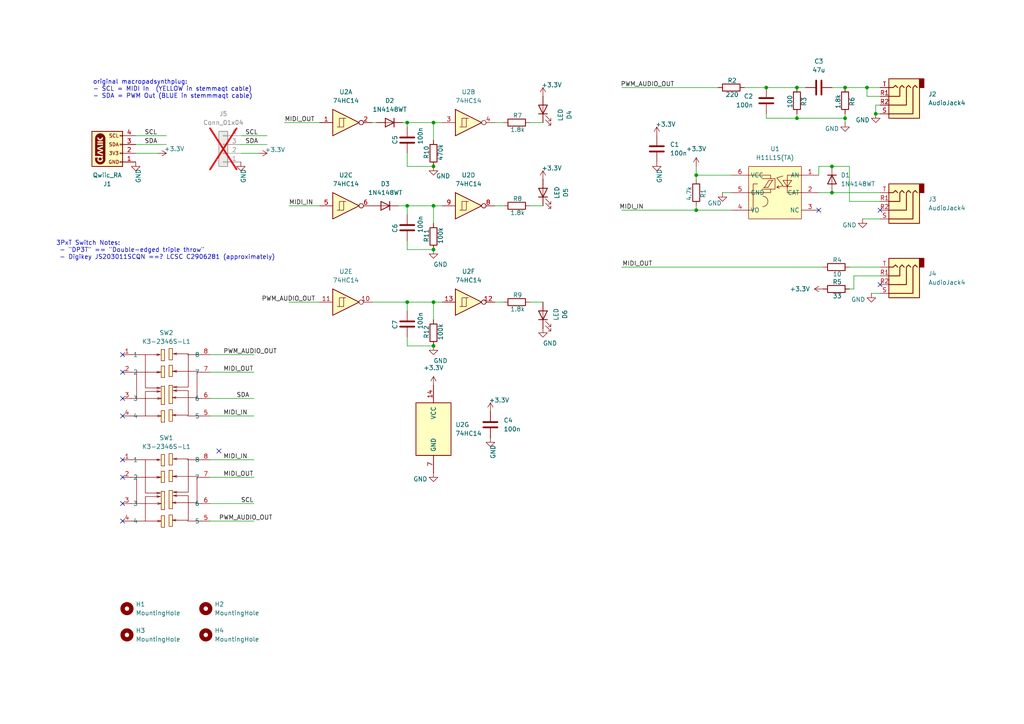
<source format=kicad_sch>
(kicad_sch (version 20231120) (generator "eeschema") (generator_version "8.0")
  (paper "A4")
  (lib_symbols
    (symbol "74xx:74HC14" (pin_names (offset 1.016))
      (property "Reference" "U" (at 0 1.27 0))
      (property "Value" "74HC14" (at 0 -1.27 0))
      (symbol "74HC14_1_0"
        (polyline (pts (xy -3.81 3.81) (xy -3.81 -3.81) (xy 3.81 0) (xy -3.81 3.81)) (stroke (width 0.254)) (fill (type background)))
        (pin input line (at -7.62 0 0) (length 3.81) (name "~") (number "1"))
        (pin output inverted (at 7.62 0 180) (length 3.81) (name "~") (number "2"))
      )
      (symbol "74HC14_1_1"
        (polyline (pts (xy -1.905 -1.27) (xy -1.905 1.27) (xy -0.635 1.27)))
        (polyline (pts (xy -2.54 -1.27) (xy -0.635 -1.27) (xy -0.635 1.27) (xy 0 1.27)))
      )
      (symbol "74HC14_2_0"
        (polyline (pts (xy -3.81 3.81) (xy -3.81 -3.81) (xy 3.81 0) (xy -3.81 3.81)) (stroke (width 0.254)) (fill (type background)))
        (pin input line (at -7.62 0 0) (length 3.81) (name "~") (number "3"))
        (pin output inverted (at 7.62 0 180) (length 3.81) (name "~") (number "4"))
      )
      (symbol "74HC14_2_1"
        (polyline (pts (xy -1.905 -1.27) (xy -1.905 1.27) (xy -0.635 1.27)))
        (polyline (pts (xy -2.54 -1.27) (xy -0.635 -1.27) (xy -0.635 1.27) (xy 0 1.27)))
      )
      (symbol "74HC14_3_0"
        (polyline (pts (xy -3.81 3.81) (xy -3.81 -3.81) (xy 3.81 0) (xy -3.81 3.81)) (stroke (width 0.254)) (fill (type background)))
        (pin input line (at -7.62 0 0) (length 3.81) (name "~") (number "5"))
        (pin output inverted (at 7.62 0 180) (length 3.81) (name "~") (number "6"))
      )
      (symbol "74HC14_3_1"
        (polyline (pts (xy -1.905 -1.27) (xy -1.905 1.27) (xy -0.635 1.27)))
        (polyline (pts (xy -2.54 -1.27) (xy -0.635 -1.27) (xy -0.635 1.27) (xy 0 1.27)))
      )
      (symbol "74HC14_4_0"
        (polyline (pts (xy -3.81 3.81) (xy -3.81 -3.81) (xy 3.81 0) (xy -3.81 3.81)) (stroke (width 0.254)) (fill (type background)))
        (pin output inverted (at 7.62 0 180) (length 3.81) (name "~") (number "8"))
        (pin input line (at -7.62 0 0) (length 3.81) (name "~") (number "9"))
      )
      (symbol "74HC14_4_1"
        (polyline (pts (xy -1.905 -1.27) (xy -1.905 1.27) (xy -0.635 1.27)))
        (polyline (pts (xy -2.54 -1.27) (xy -0.635 -1.27) (xy -0.635 1.27) (xy 0 1.27)))
      )
      (symbol "74HC14_5_0"
        (polyline (pts (xy -3.81 3.81) (xy -3.81 -3.81) (xy 3.81 0) (xy -3.81 3.81)) (stroke (width 0.254)) (fill (type background)))
        (pin output inverted (at 7.62 0 180) (length 3.81) (name "~") (number "10"))
        (pin input line (at -7.62 0 0) (length 3.81) (name "~") (number "11"))
      )
      (symbol "74HC14_5_1"
        (polyline (pts (xy -1.905 -1.27) (xy -1.905 1.27) (xy -0.635 1.27)))
        (polyline (pts (xy -2.54 -1.27) (xy -0.635 -1.27) (xy -0.635 1.27) (xy 0 1.27)))
      )
      (symbol "74HC14_6_0"
        (polyline (pts (xy -3.81 3.81) (xy -3.81 -3.81) (xy 3.81 0) (xy -3.81 3.81)) (stroke (width 0.254)) (fill (type background)))
        (pin output inverted (at 7.62 0 180) (length 3.81) (name "~") (number "12"))
        (pin input line (at -7.62 0 0) (length 3.81) (name "~") (number "13"))
      )
      (symbol "74HC14_6_1"
        (polyline (pts (xy -1.905 -1.27) (xy -1.905 1.27) (xy -0.635 1.27)))
        (polyline (pts (xy -2.54 -1.27) (xy -0.635 -1.27) (xy -0.635 1.27) (xy 0 1.27)))
      )
      (symbol "74HC14_7_0"
        (pin power_in line (at 0 12.7 270) (length 5.08) (name "VCC") (number "14"))
        (pin power_in line (at 0 -12.7 90) (length 5.08) (name "GND") (number "7"))
      )
      (symbol "74HC14_7_1"
        (rectangle (start -5.08 7.62) (end 5.08 -7.62) (stroke (width 0.254)) (fill (type background)))
      )
    )
    (symbol "Connector_Audio:AudioJack4"
      (property "Reference" "J" (at 0 8.89 0))
      (property "Value" "AudioJack4" (at 0 6.35 0))
      (symbol "AudioJack4_0_1"
        (rectangle (start -6.35 -5.08) (end -7.62 -7.62) (stroke (width 0.254)) (fill (type outline)))
        (polyline (pts (xy 0 -5.08) (xy 0.635 -5.715) (xy 1.27 -5.08) (xy 2.54 -5.08)) (stroke (width 0.254)))
        (polyline (pts (xy -5.715 -5.08) (xy -5.08 -5.715) (xy -4.445 -5.08) (xy -4.445 2.54) (xy 2.54 2.54)) (stroke (width 0.254)))
        (polyline (pts (xy -1.905 -5.08) (xy -1.27 -5.715) (xy -0.635 -5.08) (xy -0.635 -2.54) (xy 2.54 -2.54)) (stroke (width 0.254)))
        (polyline (pts (xy 2.54 0) (xy -2.54 0) (xy -2.54 -5.08) (xy -3.175 -5.715) (xy -3.81 -5.08)) (stroke (width 0.254)))
        (rectangle (start 2.54 3.81) (end -6.35 -7.62) (stroke (width 0.254)) (fill (type background)))
      )
      (symbol "AudioJack4_1_1"
        (pin passive line (at 5.08 -2.54 180) (length 2.54) (name "~") (number "R1"))
        (pin passive line (at 5.08 0 180) (length 2.54) (name "~") (number "R2"))
        (pin passive line (at 5.08 2.54 180) (length 2.54) (name "~") (number "S"))
        (pin passive line (at 5.08 -5.08 180) (length 2.54) (name "~") (number "T"))
      )
    )
    (symbol "Connector_Generic:Conn_01x04" (pin_names (offset 1.016) hide)
      (property "Reference" "J" (at 0 5.08 0))
      (property "Value" "Conn_01x04" (at 0 -7.62 0))
      (symbol "Conn_01x04_1_1"
        (rectangle (start -1.27 -4.953) (end 0 -5.207) (stroke (width 0.1524)))
        (rectangle (start -1.27 -2.413) (end 0 -2.667) (stroke (width 0.1524)))
        (rectangle (start -1.27 0.127) (end 0 -0.127) (stroke (width 0.1524)))
        (rectangle (start -1.27 2.667) (end 0 2.413) (stroke (width 0.1524)))
        (rectangle (start -1.27 3.81) (end 1.27 -6.35) (stroke (width 0.254)) (fill (type background)))
        (pin passive line (at -5.08 2.54 0) (length 3.81) (name "Pin_1") (number "1"))
        (pin passive line (at -5.08 0 0) (length 3.81) (name "Pin_2") (number "2"))
        (pin passive line (at -5.08 -2.54 0) (length 3.81) (name "Pin_3") (number "3"))
        (pin passive line (at -5.08 -5.08 0) (length 3.81) (name "Pin_4") (number "4"))
      )
    )
    (symbol "Device:C" (pin_numbers hide) (pin_names (offset 0.254))
      (property "Reference" "C" (at 0.635 2.54 0))
      (property "Value" "C" (at 0.635 -2.54 0))
      (symbol "C_0_1"
        (polyline (pts (xy -2.032 -0.762) (xy 2.032 -0.762)) (stroke (width 0.508)))
        (polyline (pts (xy -2.032 0.762) (xy 2.032 0.762)) (stroke (width 0.508)))
      )
      (symbol "C_1_1"
        (pin passive line (at 0 3.81 270) (length 2.794) (name "~") (number "1"))
        (pin passive line (at 0 -3.81 90) (length 2.794) (name "~") (number "2"))
      )
    )
    (symbol "Device:LED" (pin_numbers hide) (pin_names (offset 1.016) hide)
      (property "Reference" "D" (at 0 2.54 0))
      (property "Value" "LED" (at 0 -2.54 0))
      (symbol "LED_0_1"
        (polyline (pts (xy -1.27 -1.27) (xy -1.27 1.27)) (stroke (width 0.254)))
        (polyline (pts (xy -1.27 0) (xy 1.27 0)))
        (polyline (pts (xy 1.27 -1.27) (xy 1.27 1.27) (xy -1.27 0) (xy 1.27 -1.27)) (stroke (width 0.254)))
        (polyline (pts (xy -3.048 -0.762) (xy -4.572 -2.286) (xy -3.81 -2.286) (xy -4.572 -2.286) (xy -4.572 -1.524)))
        (polyline (pts (xy -1.778 -0.762) (xy -3.302 -2.286) (xy -2.54 -2.286) (xy -3.302 -2.286) (xy -3.302 -1.524)))
      )
      (symbol "LED_1_1"
        (pin passive line (at -3.81 0 0) (length 2.54) (name "K") (number "1"))
        (pin passive line (at 3.81 0 180) (length 2.54) (name "A") (number "2"))
      )
    )
    (symbol "Device:R" (pin_numbers hide) (pin_names (offset 0))
      (property "Reference" "R" (at 2.032 0 90))
      (property "Value" "R" (at 0 0 90))
      (symbol "R_0_1"
        (rectangle (start -1.016 -2.54) (end 1.016 2.54) (stroke (width 0.254)))
      )
      (symbol "R_1_1"
        (pin passive line (at 0 3.81 270) (length 1.27) (name "~") (number "1"))
        (pin passive line (at 0 -3.81 90) (length 1.27) (name "~") (number "2"))
      )
    )
    (symbol "Diode:1N4148WT" (pin_numbers hide) (pin_names hide)
      (property "Reference" "D" (at 0 2.54 0))
      (property "Value" "1N4148WT" (at 0 -2.54 0))
      (symbol "1N4148WT_0_1"
        (polyline (pts (xy -1.27 1.27) (xy -1.27 -1.27)) (stroke (width 0.254)))
        (polyline (pts (xy 1.27 0) (xy -1.27 0)))
        (polyline (pts (xy 1.27 1.27) (xy 1.27 -1.27) (xy -1.27 0) (xy 1.27 1.27)) (stroke (width 0.254)))
      )
      (symbol "1N4148WT_1_1"
        (pin passive line (at -3.81 0 0) (length 2.54) (name "K") (number "1"))
        (pin passive line (at 3.81 0 180) (length 2.54) (name "A") (number "2"))
      )
    )
    (symbol "Mechanical:MountingHole" (pin_names (offset 1.016)) (exclude_from_sim yes) (in_bom no)
      (property "Reference" "H" (at 0 5.08 0))
      (property "Value" "MountingHole" (at 0 3.175 0))
      (symbol "MountingHole_0_1"
        (circle (center 0 0) (radius 1.27) (stroke (width 1.27)))
      )
    )
    (symbol "SparkFun-Connector:Qwiic_Right_Angle" (pin_names (offset 1.016) hide)
      (property "Reference" "J" (at 0 5.08 0))
      (property "Value" "Qwiic_RA" (at 0 -7.62 0))
      (symbol "Qwiic_Right_Angle_0_0"
        (polyline (pts (xy 5.6514 -4.1459) (xy 5.6299 -4.0654) (xy 5.5924 -3.9985) (xy 5.5373 -3.9428) (xy 5.4632 -3.8962) (xy 5.4394 -3.8843) (xy 5.402 -3.8678) (xy 5.3681 -3.8578) (xy 5.3294 -3.8521) (xy 5.2774 -3.8485) (xy 5.2184 -3.8474) (xy 5.1227 -3.8564) (xy 5.0405 -3.8803) (xy 4.9695 -3.9199) (xy 4.9078 -3.9759) (xy 4.8937 -3.9923) (xy 4.8535 -4.0549) (xy 4.8308 -4.124) (xy 4.8237 -4.2048) (xy 4.8239 -4.222) (xy 4.8343 -4.3011) (xy 4.8608 -4.3692) (xy 4.9051 -4.4308) (xy 4.9328 -4.4589) (xy 5.0009 -4.509) (xy 5.0793 -4.5424) (xy 5.1699 -4.5595) (xy 5.2745 -4.5612) (xy 5.3262 -4.5564) (xy 5.4199 -4.5347) (xy 5.4992 -4.4971) (xy 5.5638 -4.444) (xy 5.6131 -4.3757) (xy 5.6467 -4.2926) (xy 5.65 -4.2788) (xy 5.656 -4.2325) (xy 5.6563 -4.1875) (xy 5.6514 -4.1459)) (stroke (width 0.01)) (fill (type outline)))
        (polyline (pts (xy 6.6693 -0.6791) (xy 6.666 1.9332) (xy 6.6418 2.0386) (xy 6.6301 2.0866) (xy 6.5791 2.2527) (xy 6.5141 2.404) (xy 6.4337 2.5432) (xy 6.3364 2.673) (xy 6.2208 2.7959) (xy 6.1699 2.8428) (xy 6.0305 2.9527) (xy 5.8839 3.0422) (xy 5.7295 3.1115) (xy 5.5668 3.1608) (xy 5.3953 3.1902) (xy 5.2146 3.1999) (xy 5.1695 3.1994) (xy 5.0056 3.1868) (xy 4.8507 3.1568) (xy 4.7006 3.1083) (xy 4.5508 3.0404) (xy 4.5104 3.0187) (xy 4.3609 2.9237) (xy 4.2262 2.8129) (xy 4.1067 2.6872) (xy 4.0032 2.5475) (xy 3.9162 2.3947) (xy 3.8466 2.2295) (xy 3.7947 2.0528) (xy 3.7931 2.0453) (xy 3.7912 2.0356) (xy 3.7895 2.0242) (xy 3.7879 2.0106) (xy 3.7864 1.9938) (xy 3.785 1.9733) (xy 3.7837 1.9481) (xy 3.7825 1.9176) (xy 3.7815 1.8811) (xy 3.7805 1.8377) (xy 3.7796 1.7868) (xy 3.7789 1.7275) (xy 3.7781 1.6592) (xy 3.7775 1.5811) (xy 3.777 1.4925) (xy 3.7765 1.3925) (xy 3.7761 1.2805) (xy 3.7757 1.1557) (xy 3.7754 1.0174) (xy 3.7751 0.8648) (xy 3.7749 0.6972) (xy 3.7748 0.5138) (xy 3.7746 0.3139) (xy 3.7745 0.0967) (xy 3.7745 -0.1385) (xy 3.7744 -0.3925) (xy 3.7744 -0.666) (xy 3.7744 -0.9597) (xy 3.7744 -1.2744) (xy 3.7744 -4.5147) (xy 3.8041 -4.6318) (xy 3.8237 -4.7026) (xy 3.8837 -4.868) (xy 3.9606 -5.0206) (xy 4.0556 -5.1623) (xy 4.1695 -5.2947) (xy 4.2945 -5.4115) (xy 4.4355 -5.5159) (xy 4.5859 -5.6007) (xy 4.7459 -5.6661) (xy 4.916 -5.7122) (xy 5.0965 -5.7394) (xy 5.2571 -5.7442) (xy 5.4226 -5.7293) (xy 5.5891 -5.6949) (xy 5.7533 -5.6416) (xy 5.8236 -5.6121) (xy 5.9729 -5.5329) (xy 6.1112 -5.4365) (xy 6.237 -5.3244) (xy 6.3494 -5.1984) (xy 6.4469 -5.0601) (xy 6.5284 -4.9112) (xy 6.5926 -4.7532) (xy 6.6384 -4.5879) (xy 6.6645 -4.4168) (xy 6.6652 -4.405) (xy 6.6664 -4.3703) (xy 6.6676 -4.3199) (xy 6.6687 -4.2572) (xy 6.6696 -4.1859) (xy 6.6703 -4.1097) (xy 6.6721 -3.846) (xy 6.2655 -3.846) (xy 5.8589 -3.846) (xy 5.9219 -3.9104) (xy 5.9349 -3.9241) (xy 6.0001 -4.0112) (xy 6.0471 -4.1097) (xy 6.0754 -4.2189) (xy 6.085 -4.338) (xy 6.0781 -4.4509) (xy 6.0523 -4.5755) (xy 6.0066 -4.6941) (xy 5.952 -4.7864) (xy 5.8765 -4.8752) (xy 5.7858 -4.9517) (xy 5.6826 -5.0132) (xy 5.6313 -5.0372) (xy 5.5644 -5.0638) (xy 5.4981 -5.0834) (xy 5.4249 -5.0981) (xy 5.3375 -5.1098) (xy 5.2452 -5.1158) (xy 5.122 -5.1113) (xy 5.0004 -5.0938) (xy 4.8864 -5.0641) (xy 4.7856 -5.0232) (xy 4.6831 -4.9619) (xy 4.5878 -4.8817) (xy 4.5089 -4.7878) (xy 4.4472 -4.6811) (xy 4.4036 -4.5627) (xy 4.4031 -4.5611) (xy 4.3912 -4.4987) (xy 4.3845 -4.4244) (xy 4.3831 -4.3446) (xy 4.3869 -4.2661) (xy 4.3957 -4.1956) (xy 4.4094 -4.1396) (xy 4.4322 -4.082) (xy 4.485 -3.9879) (xy 4.5552 -3.9031) (xy 4.6109 -3.846) (xy 4.5052 -3.846) (xy 4.3996 -3.846) (xy 4.3996 -3.5687) (xy 4.3996 -3.2914) (xy 4.405 -3.2914) (xy 4.405 -3.2023) (xy 4.4021 -2.9296) (xy 4.4018 -2.8964) (xy 4.4015 -2.8076) (xy 4.4023 -2.7393) (xy 4.4041 -2.6908) (xy 4.407 -2.6611) (xy 4.4111 -2.6495) (xy 4.4137 -2.6484) (xy 4.434 -2.6418) (xy 4.4723 -2.6298) (xy 4.5268 -2.6132) (xy 4.5954 -2.5924) (xy 4.6761 -2.5683) (xy 4.767 -2.5412) (xy 4.866 -2.5118) (xy 4.9713 -2.4808) (xy 5.0173 -2.4672) (xy 5.119 -2.4369) (xy 5.2131 -2.4086) (xy 5.2977 -2.3828) (xy 5.3709 -2.3601) (xy 5.4307 -2.3411) (xy 5.4753 -2.3264) (xy 5.5029 -2.3166) (xy 5.5114 -2.3123) (xy 5.505 -2.3098) (xy 5.4796 -2.3016) (xy 5.4371 -2.2885) (xy 5.3794 -2.2711) (xy 5.3088 -2.2502) (xy 5.2275 -2.2264) (xy 5.1375 -2.2002) (xy 5.0411 -2.1724) (xy 4.9851 -2.1562) (xy 4.8864 -2.1278) (xy 4.7926 -2.1007) (xy 4.7062 -2.0757) (xy 4.63 -2.0536) (xy 4.5666 -2.0351) (xy 4.5187 -2.0211) (xy 4.4891 -2.0123) (xy 4.3992 -1.9852) (xy 4.4021 -1.7229) (xy 4.405 -1.4606) (xy 4.5844 -1.4084) (xy 4.6163 -1.3992) (xy 4.7739 -1.3533) (xy 4.9121 -1.3131) (xy 5.0321 -1.278) (xy 5.1352 -1.2478) (xy 5.2224 -1.2221) (xy 5.2951 -1.2004) (xy 5.3545 -1.1824) (xy 5.4018 -1.1676) (xy 5.4382 -1.1558) (xy 5.465 -1.1465) (xy 5.4834 -1.1392) (xy 5.4945 -1.1338) (xy 5.4997 -1.1296) (xy 5.5001 -1.1264) (xy 5.497 -1.1238) (xy 5.4915 -1.1214) (xy 5.4896 -1.1207) (xy 5.4687 -1.114) (xy 5.4296 -1.1019) (xy 5.3743 -1.0851) (xy 5.3049 -1.0643) (xy 5.2237 -1.04) (xy 5.1326 -1.013) (xy 5.0339 -0.9838) (xy 4.9297 -0.9531) (xy 4.3996 -0.7973) (xy 4.3996 -0.533) (xy 4.3997 -0.479) (xy 4.4004 -0.4111) (xy 4.4015 -0.3532) (xy 4.4029 -0.3082) (xy 4.4047 -0.279) (xy 4.4066 -0.2687) (xy 4.409 -0.2694) (xy 4.4284 -0.2761) (xy 4.4661 -0.2895) (xy 4.5204 -0.309) (xy 4.5899 -0.3341) (xy 4.6729 -0.3642) (xy 4.7681 -0.3988) (xy 4.8737 -0.4372) (xy 4.9883 -0.479) (xy 5.1104 -0.5236) (xy 5.2384 -0.5703) (xy 6.0632 -0.872) (xy 6.0632 -0.1926) (xy 5.2314 -0.1926) (xy 4.3996 -0.1926) (xy 4.3996 0.0793) (xy 4.3996 0.3511) (xy 5.2314 0.3511) (xy 6.0632 0.3511) (xy 6.0632 0.4598) (xy 5.2314 0.4598) (xy 4.3996 0.4598) (xy 4.3996 0.7317) (xy 4.3996 1.0035) (xy 5.2314 1.0035) (xy 5.2368 1.0035) (xy 5.2368 1.1177) (xy 5.1465 1.1192) (xy 5.0667 1.1248) (xy 4.9975 1.1357) (xy 4.9332 1.1532) (xy 4.8683 1.1784) (xy 4.7971 1.2126) (xy 4.7662 1.2298) (xy 4.6808 1.2903) (xy 4.6008 1.3651) (xy 4.5314 1.4489) (xy 4.4781 1.5363) (xy 4.4686 1.5557) (xy 4.4306 1.6462) (xy 4.4052 1.7353) (xy 4.3905 1.8304) (xy 4.385 1.9386) (xy 4.3833 2.0745) (xy 4.6089 2.0775) (xy 4.8345 2.0804) (xy 4.8348 1.9959) (xy 4.8368 1.9483) (xy 4.8488 1.8858) (xy 4.8738 1.8316) (xy 4.9144 1.7788) (xy 4.9734 1.7289) (xy 5.0458 1.6921) (xy 5.1277 1.6689) (xy 5.215 1.6593) (xy 5.3038 1.6635) (xy 5.3902 1.6815) (xy 5.4702 1.7136) (xy 5.54 1.7597) (xy 5.5733 1.7923) (xy 5.6073 1.844) (xy 5.628 1.9066) (xy 5.6372 1.9843) (xy 5.6418 2.0804) (xy 5.8607 2.0775) (xy 6.0795 2.0745) (xy 6.0811 1.9712) (xy 6.0811 1.9207) (xy 6.0739 1.8134) (xy 6.0554 1.7157) (xy 6.024 1.6204) (xy 5.9781 1.5204) (xy 5.9341 1.4457) (xy 5.8571 1.3499) (xy 5.7651 1.2695) (xy 5.6591 1.2056) (xy 5.6251 1.1892) (xy 5.5646 1.1627) (xy 5.5097 1.1435) (xy 5.4549 1.1305) (xy 5.3948 1.1226) (xy 5.3239 1.1188) (xy 5.2368 1.1177) (xy 5.2368 1.0035) (xy 6.0632 1.0035) (xy 6.0632 0.7317) (xy 6.0632 0.4598) (xy 6.0632 0.3511) (xy 6.0632 0.0793) (xy 6.0632 -0.1926) (xy 6.0632 -0.872) (xy 6.0632 -1.1439) (xy 6.0632 -1.4158) (xy 5.552 -1.5728) (xy 5.5357 -1.5778) (xy 5.4361 -1.6086) (xy 5.3436 -1.6376) (xy 5.2603 -1.6641) (xy 5.1881 -1.6874) (xy 5.129 -1.707) (xy 5.0848 -1.7222) (xy 5.0575 -1.7324) (xy 5.0491 -1.7369) (xy 5.0493 -1.737) (xy 5.0624 -1.742) (xy 5.094 -1.7527) (xy 5.1423 -1.7684) (xy 5.2051 -1.7886) (xy 5.2803 -1.8124) (xy 5.3659 -1.8394) (xy 5.46 -1.8688) (xy 5.5603 -1.9) (xy 6.0632 -2.0559) (xy 6.063 -2.3284) (xy 6.0628 -2.601) (xy 5.2339 -2.9017) (xy 4.405 -3.2023) (xy 4.405 -3.2914) (xy 5.5361 -3.2914) (xy 6.6725 -3.2914) (xy 6.6693 -0.6791)) (stroke (width 0.01)) (fill (type outline)))
      )
      (symbol "Qwiic_Right_Angle_1_1"
        (rectangle (start -1.27 -4.953) (end -0.508 -5.207) (stroke (width 0.1524)))
        (rectangle (start -1.27 -2.413) (end -0.508 -2.667) (stroke (width 0.1524)))
        (rectangle (start -1.27 0.127) (end -0.508 -0.127) (stroke (width 0.1524)))
        (rectangle (start -1.27 2.667) (end -0.508 2.413) (stroke (width 0.1524)))
        (rectangle (start -1.27 3.81) (end 7.62 -6.35) (stroke (width 0.254)) (fill (type background)))
        (text "3V3" (at 1.27 -2.54 0) (effects (font (size 1 1))))
        (text "GND" (at 1.27 -5.08 0) (effects (font (size 1 1))))
        (text "SCL" (at 1.27 2.54 0) (effects (font (size 1 1))))
        (text "SDA" (at 1.27 0 0) (effects (font (size 1 1))))
        (pin passive line (at -5.08 -5.08 0) (length 3.81) (name "Pin_1") (number "1"))
        (pin passive line (at -5.08 -2.54 0) (length 3.81) (name "Pin_2") (number "2"))
        (pin passive line (at -5.08 0 0) (length 3.81) (name "Pin_3") (number "3"))
        (pin passive line (at -5.08 2.54 0) (length 3.81) (name "Pin_4") (number "4"))
        (pin no_connect line (at 2.54 3.81 270) (length 2.54) hide (name "NC") (number "NC1"))
        (pin no_connect line (at 2.54 3.81 270) (length 2.54) hide (name "NC") (number "NC2"))
      )
    )
    (symbol "easyeda2kicad:H11L1S(TA)"
      (property "Reference" "U" (at 0 10.16 0))
      (property "Value" "H11L1S(TA)" (at 0 -10.16 0))
      (symbol "H11L1S(TA)_0_1"
        (rectangle (start -7.62 7.62) (end 7.62 -7.62) (fill (type background)))
        (arc (start -3.56 1.02) (mid -2.0679 2.54) (end -3.56 4.06))
        (polyline (pts (xy -0.76 -3.56) (xy -2.03 -1.52)))
        (polyline (pts (xy 0 -4.06) (xy -3.81 -4.06)))
        (polyline (pts (xy 0.51 -1.52) (xy 1.27 -1.27)))
        (polyline (pts (xy 4.83 -1.78) (xy 2.29 -1.78)))
        (polyline (pts (xy -7.62 -5.08) (xy -1.27 -5.08) (xy -1.27 -4.06)))
        (polyline (pts (xy -3.3 -1.52) (xy -3.05 -1.52) (xy -2.03 -1.52)))
        (polyline (pts (xy -1.27 -1.02) (xy -1.27 0) (xy -7.62 0)))
        (polyline (pts (xy 0 -4.06) (xy 0 -1.02) (xy -3.81 -1.02)))
        (polyline (pts (xy -5.08 -2.54) (xy -6.35 -2.54) (xy -6.35 5.08) (xy -7.62 5.08)))
        (polyline (pts (xy -0.51 -3.56) (xy -1.78 -3.56) (xy -3.05 -1.52) (xy -3.3 -1.52)))
        (polyline (pts (xy 4.83 -3.56) (xy 2.29 -3.56) (xy 3.56 -1.78) (xy 4.83 -3.56)) (fill (type background)))
        (polyline (pts (xy 7.62 -5.08) (xy 3.56 -5.08) (xy 3.56 0) (xy 7.62 0)))
        (polyline (pts (xy 2.29 -4.83) (xy 0.51 -4.32) (xy 2.29 -2.03) (xy 0.51 -1.52) (xy 1.02 -2.03)))
        (pin unspecified line (at 12.7 -5.08 180) (length 5.08) (name "AN") (number "1"))
        (pin unspecified line (at 12.7 0 180) (length 5.08) (name "CAT") (number "2"))
        (pin unspecified line (at 12.7 5.08 180) (length 5.08) (name "NC") (number "3"))
        (pin unspecified line (at -12.7 5.08 0) (length 5.08) (name "VO") (number "4"))
        (pin unspecified line (at -12.7 0 0) (length 5.08) (name "GND") (number "5"))
        (pin unspecified line (at -12.7 -5.08 0) (length 5.08) (name "VCC") (number "6"))
      )
    )
    (symbol "easyeda2kicad:K3-2346S-L1"
      (property "Reference" "SW" (at 0 17.78 0))
      (property "Value" "K3-2346S-L1" (at 0 -17.78 0))
      (symbol "K3-2346S-L1_0_1"
        (rectangle (start -11.94 1.78) (end -8.64 0.76) (fill (type background)))
        (rectangle (start -11.68 -0.51) (end -8.38 -1.52) (fill (type background)))
        (rectangle (start -7.11 1.78) (end -3.81 0.76) (fill (type background)))
        (rectangle (start -6.86 -0.51) (end -3.56 -1.52) (fill (type background)))
        (rectangle (start -1.27 1.78) (end 4.06 0.76) (fill (type background)))
        (rectangle (start -1.02 -0.51) (end 4.32 -1.52) (fill (type background)))
        (polyline (pts (xy -10.41 2.03) (xy -10.67 3.05)))
        (polyline (pts (xy -10.41 2.03) (xy -10.16 3.05)))
        (polyline (pts (xy -10.16 -6.1) (xy -10.16 -10.16)))
        (polyline (pts (xy -10.16 -1.78) (xy -10.41 -2.79)))
        (polyline (pts (xy -10.16 -1.78) (xy -9.91 -2.79)))
        (polyline (pts (xy -10.16 6.1) (xy -10.16 10.16)))
        (polyline (pts (xy -5.33 1.78) (xy -5.59 3.05)))
        (polyline (pts (xy -5.08 -8.89) (xy -5.08 -10.16)))
        (polyline (pts (xy -5.08 -1.52) (xy -5.33 -2.79)))
        (polyline (pts (xy -5.08 8.89) (xy -5.08 10.16)))
        (polyline (pts (xy -0.76 2.03) (xy -1.02 3.05)))
        (polyline (pts (xy -0.76 2.03) (xy -0.51 3.05)))
        (polyline (pts (xy -0.51 -1.78) (xy -0.76 -2.79)))
        (polyline (pts (xy -0.51 -1.78) (xy -0.25 -2.79)))
        (polyline (pts (xy 0.25 2.03) (xy 0 3.05)))
        (polyline (pts (xy 0.51 -1.78) (xy 0.25 -2.79)))
        (polyline (pts (xy 2.29 1.78) (xy 2.03 2.79)))
        (polyline (pts (xy 2.29 1.78) (xy 2.54 2.79)))
        (polyline (pts (xy 2.54 -8.64) (xy 2.54 -10.16)))
        (polyline (pts (xy 2.54 -1.52) (xy 2.29 -2.54)))
        (polyline (pts (xy 2.54 -1.52) (xy 2.79 -2.54)))
        (polyline (pts (xy 2.54 8.64) (xy 2.54 10.16)))
        (polyline (pts (xy 7.37 1.78) (xy 7.11 2.79)))
        (polyline (pts (xy 7.37 1.78) (xy 7.62 2.79)))
        (polyline (pts (xy 7.62 -6.1) (xy 7.62 -10.16)))
        (polyline (pts (xy 7.62 -1.52) (xy 7.37 -2.54)))
        (polyline (pts (xy 7.62 -1.52) (xy 7.87 -2.54)))
        (polyline (pts (xy 7.62 6.1) (xy 7.62 10.16)))
        (polyline (pts (xy -0.76 2.03) (xy -0.76 6.35) (xy -10.41 6.35) (xy -10.41 2.03)))
        (polyline (pts (xy -0.51 -1.78) (xy -0.51 -6.1) (xy -10.16 -6.1) (xy -10.16 -1.78)))
        (polyline (pts (xy 2.29 1.78) (xy 2.29 8.89) (xy -5.33 8.89) (xy -5.33 1.78) (xy -5.08 3.05)))
        (polyline (pts (xy 2.54 -1.52) (xy 2.54 -8.64) (xy -5.08 -8.64) (xy -5.08 -1.52) (xy -4.83 -2.79)))
        (polyline (pts (xy 7.37 1.78) (xy 7.37 6.35) (xy 0.25 6.35) (xy 0.25 2.03) (xy 0.51 3.05)))
        (polyline (pts (xy 7.62 -1.52) (xy 7.62 -6.1) (xy 0.51 -6.1) (xy 0.51 -1.78) (xy 0.76 -2.79)))
        (rectangle (start 5.84 1.78) (end 9.14 0.76) (fill (type background)))
        (rectangle (start 6.1 -0.51) (end 9.4 -1.52) (fill (type background)))
        (pin unspecified line (at -10.16 -12.7 90) (length 2.54) (name "1") (number "1"))
        (pin unspecified line (at -5.08 -12.7 90) (length 2.54) (name "2") (number "2"))
        (pin unspecified line (at 2.54 -12.7 90) (length 2.54) (name "3") (number "3"))
        (pin unspecified line (at 7.62 -12.7 90) (length 2.54) (name "4") (number "4"))
        (pin unspecified line (at 7.62 12.7 270) (length 2.54) (name "5") (number "5"))
        (pin unspecified line (at 2.54 12.7 270) (length 2.54) (name "6") (number "6"))
        (pin unspecified line (at -5.08 12.7 270) (length 2.54) (name "7") (number "7"))
        (pin unspecified line (at -10.16 12.7 270) (length 2.54) (name "8") (number "8"))
      )
    )
    (symbol "power:+3.3V" (power) (pin_numbers hide) (pin_names (offset 0) hide)
      (property "Value" "+3.3V" (at 0 3.556 0))
      (symbol "+3.3V_0_1"
        (polyline (pts (xy -0.762 1.27) (xy 0 2.54)))
        (polyline (pts (xy 0 0) (xy 0 2.54)))
        (polyline (pts (xy 0 2.54) (xy 0.762 1.27)))
      )
      (symbol "+3.3V_1_1"
        (pin power_in line (at 0 0 90) (length 0) (name "~") (number "1"))
      )
    )
    (symbol "power:GND" (power) (pin_numbers hide) (pin_names (offset 0) hide)
      (property "Value" "GND" (at 0 -3.81 0))
      (symbol "GND_0_1"
        (polyline (pts (xy 0 0) (xy 0 -1.27) (xy 1.27 -1.27) (xy 0 -2.54) (xy -1.27 -1.27) (xy 0 -1.27)))
      )
      (symbol "GND_1_1"
        (pin power_in line (at 0 0 270) (length 0) (name "~") (number "1"))
      )
    )
  )
  (junction (at 245.11 25.4))
  (junction (at 125.73 100.33))
  (junction (at 231.14 34.29))
  (junction (at 241.3 55.88))
  (junction (at 118.11 59.69))
  (junction (at 125.73 48.26))
  (junction (at 241.3 48.26))
  (junction (at 222.25 25.4))
  (junction (at 118.11 35.56))
  (junction (at 251.46 25.4))
  (junction (at 201.93 50.8))
  (junction (at 231.14 25.4))
  (junction (at 254 33.02))
  (junction (at 125.73 72.39))
  (junction (at 201.93 60.96))
  (junction (at 118.11 87.63))
  (junction (at 125.73 59.69))
  (junction (at 245.11 34.29))
  (junction (at 125.73 87.63))
  (junction (at 125.73 35.56))
  (no_connect (at 255.27 60.96))
  (no_connect (at 255.27 82.55))
  (no_connect (at 237.49 60.96))
  (no_connect (at 35.56 151.13))
  (no_connect (at 35.56 102.87))
  (no_connect (at 35.56 133.35))
  (no_connect (at 35.56 146.05))
  (no_connect (at 63.5 130.81))
  (no_connect (at 35.56 107.95))
  (no_connect (at 35.56 115.57))
  (no_connect (at 35.56 120.65))
  (no_connect (at 35.56 138.43))
  (wire (pts (xy 118.11 100.33) (xy 125.73 100.33)))
  (wire (pts (xy 237.49 55.88) (xy 241.3 55.88)))
  (wire (pts (xy 118.11 59.69) (xy 118.11 62.23)))
  (wire (pts (xy 255.27 27.94) (xy 251.46 27.94)))
  (wire (pts (xy 237.49 48.26) (xy 237.49 50.8)))
  (wire (pts (xy 247.65 80.01) (xy 247.65 83.82)))
  (wire (pts (xy 255.27 25.4) (xy 251.46 25.4)))
  (wire (pts (xy 231.14 25.4) (xy 222.25 25.4)))
  (wire (pts (xy 201.93 48.26) (xy 201.93 50.8)))
  (wire (pts (xy 60.96 146.05) (xy 73.66 146.05)))
  (wire (pts (xy 255.27 85.09) (xy 252.73 85.09)))
  (wire (pts (xy 39.37 39.37) (xy 48.26 39.37)))
  (wire (pts (xy 118.11 44.45) (xy 118.11 48.26)))
  (wire (pts (xy 60.96 102.87) (xy 73.66 102.87)))
  (wire (pts (xy 143.51 59.69) (xy 146.05 59.69)))
  (wire (pts (xy 212.09 55.88) (xy 209.55 55.88)))
  (wire (pts (xy 118.11 97.79) (xy 118.11 100.33)))
  (wire (pts (xy 241.3 55.88) (xy 255.27 55.88)))
  (wire (pts (xy 143.51 35.56) (xy 146.05 35.56)))
  (wire (pts (xy 118.11 35.56) (xy 125.73 35.56)))
  (wire (pts (xy 39.37 41.91) (xy 48.26 41.91)))
  (wire (pts (xy 241.3 48.26) (xy 237.49 48.26)))
  (wire (pts (xy 245.11 34.29) (xy 245.11 33.02)))
  (wire (pts (xy 251.46 25.4) (xy 245.11 25.4)))
  (wire (pts (xy 222.25 34.29) (xy 231.14 34.29)))
  (wire (pts (xy 255.27 80.01) (xy 247.65 80.01)))
  (wire (pts (xy 60.96 151.13) (xy 73.66 151.13)))
  (wire (pts (xy 180.34 77.47) (xy 238.76 77.47)))
  (wire (pts (xy 125.73 59.69) (xy 125.73 64.77)))
  (wire (pts (xy 153.67 59.69) (xy 157.48 59.69)))
  (wire (pts (xy 118.11 35.56) (xy 118.11 36.83)))
  (wire (pts (xy 60.96 120.65) (xy 73.66 120.65)))
  (wire (pts (xy 125.73 35.56) (xy 128.27 35.56)))
  (wire (pts (xy 118.11 48.26) (xy 125.73 48.26)))
  (wire (pts (xy 118.11 59.69) (xy 125.73 59.69)))
  (wire (pts (xy 212.09 50.8) (xy 201.93 50.8)))
  (wire (pts (xy 255.27 77.47) (xy 246.38 77.47)))
  (wire (pts (xy 222.25 25.4) (xy 215.9 25.4)))
  (wire (pts (xy 255.27 30.48) (xy 254 30.48)))
  (wire (pts (xy 118.11 87.63) (xy 125.73 87.63)))
  (wire (pts (xy 153.67 87.63) (xy 157.48 87.63)))
  (wire (pts (xy 251.46 27.94) (xy 251.46 25.4)))
  (wire (pts (xy 201.93 59.69) (xy 201.93 60.96)))
  (wire (pts (xy 118.11 87.63) (xy 118.11 90.17)))
  (wire (pts (xy 107.95 87.63) (xy 118.11 87.63)))
  (wire (pts (xy 115.57 59.69) (xy 118.11 59.69)))
  (wire (pts (xy 107.95 35.56) (xy 109.22 35.56)))
  (wire (pts (xy 254 33.02) (xy 255.27 33.02)))
  (wire (pts (xy 60.96 115.57) (xy 73.66 115.57)))
  (wire (pts (xy 125.73 35.56) (xy 125.73 40.64)))
  (wire (pts (xy 246.38 58.42) (xy 246.38 48.26)))
  (wire (pts (xy 245.11 34.29) (xy 231.14 34.29)))
  (wire (pts (xy 254 30.48) (xy 254 33.02)))
  (wire (pts (xy 74.93 44.45) (xy 69.85 44.45)))
  (wire (pts (xy 231.14 25.4) (xy 233.68 25.4)))
  (wire (pts (xy 201.93 60.96) (xy 212.09 60.96)))
  (wire (pts (xy 180.34 60.96) (xy 201.93 60.96)))
  (wire (pts (xy 39.37 44.45) (xy 45.72 44.45)))
  (wire (pts (xy 83.82 87.63) (xy 92.71 87.63)))
  (wire (pts (xy 231.14 33.02) (xy 231.14 34.29)))
  (wire (pts (xy 125.73 87.63) (xy 125.73 92.71)))
  (wire (pts (xy 153.67 35.56) (xy 157.48 35.56)))
  (wire (pts (xy 118.11 69.85) (xy 118.11 72.39)))
  (wire (pts (xy 180.34 25.4) (xy 208.28 25.4)))
  (wire (pts (xy 69.85 41.91) (xy 77.47 41.91)))
  (wire (pts (xy 69.85 39.37) (xy 77.47 39.37)))
  (wire (pts (xy 116.84 35.56) (xy 118.11 35.56)))
  (wire (pts (xy 250.19 63.5) (xy 255.27 63.5)))
  (wire (pts (xy 118.11 72.39) (xy 125.73 72.39)))
  (wire (pts (xy 83.82 59.69) (xy 92.71 59.69)))
  (wire (pts (xy 60.96 107.95) (xy 73.66 107.95)))
  (wire (pts (xy 143.51 87.63) (xy 146.05 87.63)))
  (wire (pts (xy 60.96 138.43) (xy 73.66 138.43)))
  (wire (pts (xy 82.55 35.56) (xy 92.71 35.56)))
  (wire (pts (xy 222.25 33.02) (xy 222.25 34.29)))
  (wire (pts (xy 247.65 83.82) (xy 246.38 83.82)))
  (wire (pts (xy 60.96 133.35) (xy 73.66 133.35)))
  (wire (pts (xy 125.73 59.69) (xy 128.27 59.69)))
  (wire (pts (xy 125.73 87.63) (xy 128.27 87.63)))
  (wire (pts (xy 201.93 52.07) (xy 201.93 50.8)))
  (wire (pts (xy 245.11 35.56) (xy 245.11 34.29)))
  (wire (pts (xy 246.38 58.42) (xy 255.27 58.42)))
  (wire (pts (xy 245.11 25.4) (xy 241.3 25.4)))
  (wire (pts (xy 246.38 48.26) (xy 241.3 48.26)))
  (text "original macropadsynthplug:\n- SCL = MIDI In  (YELLOW in stemmaqt cable)\n- SDA = PWM Out (BLUE in stemmmaqt cable)" (at 26.924 25.908 0) (effects (font (size 1.27 1.27) (thickness 0.1588)) (justify left)))
  (text "3PxT Switch Notes:\n - \"DP3T\" == \"Double-edged triple throw\"\n - Digikey JS203011SCQN ==? LCSC C2906281 (approximately)\n" (at 16.256 69.85 0) (effects (font (size 1.27 1.27)) (justify left top)))
  (label "MIDI_IN" (at 83.82 59.69 0))
  (label "PWM_AUDIO_OUT" (at 91.44 87.63 180))
  (label "SCL" (at 69.85 146.05 0))
  (label "MIDI_IN" (at 64.77 133.35 0))
  (label "MIDI_IN" (at 186.69 60.96 180))
  (label "MIDI_OUT" (at 189.23 77.47 180))
  (label "PWM_AUDIO_OUT" (at 63.5 151.13 0))
  (label "SDA" (at 68.58 115.57 0))
  (label "MIDI_IN" (at 64.77 120.65 0))
  (label "MIDI_OUT" (at 64.77 138.43 0))
  (label "MIDI_OUT" (at 82.55 35.56 0))
  (label "SDA" (at 71.12 41.91 0))
  (label "PWM_AUDIO_OUT" (at 64.77 102.87 0))
  (label "SCL" (at 41.91 39.37 0))
  (label "SCL" (at 71.12 39.37 0))
  (label "PWM_AUDIO_OUT" (at 195.58 25.4 180))
  (label "MIDI_OUT" (at 64.77 107.95 0))
  (label "SDA" (at 41.91 41.91 0))
  (symbol (lib_id "easyeda2kicad:H11L1S(TA)") (at 224.79 55.88 0) (mirror x) (unit 1)
    (property "Reference" "U1" (at 224.79 43.18 0))
    (property "Value" "H11L1S(TA)" (at 224.79 45.72 0))
    (property "Footprint" "easyeda2kicad:SMD-6_L7.3-W6.5-P2.54-LS10.2-BL" (effects (hide yes)))
    (property "Datasheet" "https://lcsc.com/product-detail/SMD-Optocouplers_H11L1S-TA_C78589.html" (effects (hide yes)))
    (property "LCSC Part" "C78589" (effects (hide yes)))
  )
  (symbol (lib_id "Device:R") (at 242.57 77.47 270) (mirror x) (unit 1)
    (property "Reference" "R4" (at 242.824 75.438 90))
    (property "Value" "10" (at 242.824 79.502 90))
    (property "Footprint" "Resistor_SMD:R_0603_1608Metric" (effects (hide yes)))
    (property "Description" "Resistor" (effects (hide yes)))
  )
  (symbol (lib_id "Device:R") (at 149.86 87.63 270) (mirror x) (unit 1)
    (property "Reference" "R9" (at 150.114 85.598 90))
    (property "Value" "1.8k" (at 150.114 89.662 90))
    (property "Footprint" "Resistor_SMD:R_0603_1608Metric" (effects (hide yes)))
    (property "Description" "Resistor" (effects (hide yes)))
  )
  (symbol (lib_id "Device:C") (at 118.11 93.98 0) (unit 1)
    (property "Reference" "C7" (at 114.554 95.504 90) (effects (justify left)))
    (property "Value" "100n" (at 121.92 95.504 90) (effects (justify left)))
    (property "Footprint" "Capacitor_SMD:C_0603_1608Metric" (effects (hide yes)))
    (property "Description" "Unpolarized capacitor" (effects (hide yes)))
  )
  (symbol (lib_id "power:+3.3V") (at 125.73 111.76 0) (mirror y) (unit 1)
    (property "Reference" "#PWR024" (effects (hide yes)))
    (property "Value" "+3.3V" (at 125.73 106.68 0))
    (property "Description" "Power symbol creates a global label with name \"+3.3V\"" (effects (hide yes)))
  )
  (symbol (lib_id "Device:LED") (at 157.48 31.75 90) (unit 1)
    (property "Reference" "D4" (at 165.1 33.3375 0))
    (property "Value" "LED" (at 162.56 33.3375 0))
    (property "Footprint" "LED_SMD:LED_0603_1608Metric" (effects (hide yes)))
    (property "Description" "Light emitting diode" (effects (hide yes)))
  )
  (symbol (lib_id "power:+3.3V") (at 142.24 119.38 0) (unit 1)
    (property "Reference" "#PWR018" (effects (hide yes)))
    (property "Value" "+3.3V" (at 144.78 116.078 0))
    (property "Description" "Power symbol creates a global label with name \"+3.3V\"" (effects (hide yes)))
  )
  (symbol (lib_id "Diode:1N4148WT") (at 113.03 35.56 180) (unit 1)
    (property "Reference" "D2" (at 113.03 29.21 0))
    (property "Value" "1N4148WT" (at 113.03 31.75 0))
    (property "Footprint" "Diode_SMD:D_SOD-123F" (effects (hide yes)))
    (property "Datasheet" "https://www.diodes.com/assets/Datasheets/ds30396.pdf" (effects (hide yes)))
    (property "Description" "75V 0.15A Fast switching Diode, SOD-523" (effects (hide yes)))
    (property "Sim.Device" "D" (effects (hide yes)))
    (property "Sim.Pins" "1=K 2=A" (effects (hide yes)))
    (property "LCSC Part" "C64898" (effects (hide yes)))
  )
  (symbol (lib_id "power:GND") (at 252.73 85.09 0) (mirror y) (unit 1)
    (property "Reference" "#PWR08" (effects (hide yes)))
    (property "Value" "GND" (at 248.92 86.868 0))
    (property "Description" "Power symbol creates a global label with name \"GND\" , ground" (effects (hide yes)))
  )
  (symbol (lib_id "power:+3.3V") (at 238.76 83.82 90) (mirror x) (unit 1)
    (property "Reference" "#PWR05" (effects (hide yes)))
    (property "Value" "+3.3V" (at 234.95 83.8199 90) (effects (justify left)))
    (property "Description" "Power symbol creates a global label with name \"+3.3V\"" (effects (hide yes)))
  )
  (symbol (lib_id "power:GND") (at 250.19 63.5 0) (mirror y) (unit 1)
    (property "Reference" "#PWR07" (effects (hide yes)))
    (property "Value" "GND" (at 246.38 65.278 0))
    (property "Description" "Power symbol creates a global label with name \"GND\" , ground" (effects (hide yes)))
  )
  (symbol (lib_id "Device:R") (at 245.11 29.21 0) (mirror x) (unit 1)
    (property "Reference" "R6" (at 247.142 29.464 90))
    (property "Value" "1.8k" (at 243.078 29.464 90))
    (property "Footprint" "Resistor_SMD:R_0603_1608Metric" (effects (hide yes)))
    (property "Description" "Resistor" (effects (hide yes)))
  )
  (symbol (lib_id "Mechanical:MountingHole") (at 59.69 176.53 0) (unit 1) (exclude_from_sim yes) (in_bom no)
    (property "Reference" "H2" (at 62.23 175.2599 0) (effects (justify left)))
    (property "Value" "MountingHole" (at 62.23 177.7999 0) (effects (justify left)))
    (property "Footprint" "MountingHole:MountingHole_2.5mm" (effects (hide yes)))
    (property "Description" "Mounting Hole without connection" (effects (hide yes)))
  )
  (symbol (lib_id "Device:R") (at 212.09 25.4 270) (mirror x) (unit 1)
    (property "Reference" "R2" (at 212.344 23.368 90))
    (property "Value" "220" (at 212.344 27.432 90))
    (property "Footprint" "Resistor_SMD:R_0603_1608Metric" (effects (hide yes)))
    (property "Description" "Resistor" (effects (hide yes)))
  )
  (symbol (lib_id "Diode:1N4148WT") (at 241.3 52.07 270) (unit 1)
    (property "Reference" "D1" (at 243.84 50.7999 90) (effects (justify left)))
    (property "Value" "1N4148WT" (at 243.84 53.3399 90) (effects (justify left)))
    (property "Footprint" "Diode_SMD:D_SOD-123F" (effects (hide yes)))
    (property "Datasheet" "https://www.diodes.com/assets/Datasheets/ds30396.pdf" (effects (hide yes)))
    (property "Description" "75V 0.15A Fast switching Diode, SOD-523" (effects (hide yes)))
    (property "Sim.Device" "D" (effects (hide yes)))
    (property "Sim.Pins" "1=K 2=A" (effects (hide yes)))
    (property "LCSC Part" "C64898" (effects (hide yes)))
  )
  (symbol (lib_id "power:GND") (at 190.5 46.99 0) (unit 1)
    (property "Reference" "#PWR02" (effects (hide yes)))
    (property "Value" "GND" (at 191.262 51.054 90))
    (property "Description" "Power symbol creates a global label with name \"GND\" , ground" (effects (hide yes)))
  )
  (symbol (lib_id "easyeda2kicad:K3-2346S-L1") (at 48.26 113.03 270) (unit 1)
    (property "Reference" "SW2" (at 48.26 96.52 90))
    (property "Value" "K3-2346S-L1" (at 48.26 99.06 90))
    (property "Footprint" "easyeda2kicad:SW-SMD_K3-2346S-L1" (effects (hide yes)))
    (property "Datasheet" "https://lcsc.com/product-detail/Toggle-Switches_Korean-Hroparts-Elec-K3-2346S-L1_C707355.html" (effects (hide yes)))
    (property "LCSC Part" "C707355" (effects (hide yes)))
  )
  (symbol (lib_id "power:GND") (at 157.48 95.25 0) (mirror y) (unit 1)
    (property "Reference" "#PWR014" (effects (hide yes)))
    (property "Value" "GND" (at 159.512 99.568 0))
    (property "Description" "Power symbol creates a global label with name \"GND\" , ground" (effects (hide yes)))
  )
  (symbol (lib_id "Mechanical:MountingHole") (at 36.83 184.15 0) (unit 1) (exclude_from_sim yes) (in_bom no)
    (property "Reference" "H3" (at 39.37 182.8799 0) (effects (justify left)))
    (property "Value" "MountingHole" (at 39.37 185.4199 0) (effects (justify left)))
    (property "Footprint" "MountingHole:MountingHole_2.5mm" (effects (hide yes)))
    (property "Description" "Mounting Hole without connection" (effects (hide yes)))
  )
  (symbol (lib_id "Connector_Audio:AudioJack4") (at 260.35 82.55 180) (unit 1)
    (property "Reference" "J4" (at 269.24 79.3749 0) (effects (justify right)))
    (property "Value" "AudioJack4" (at 269.24 81.9149 0) (effects (justify right)))
    (property "Footprint" "todbot_stuff:Jack_3.5mm_PJ320D_Horizontal" (effects (hide yes)))
    (property "Description" "Audio Jack, 4 Poles (TRRS)" (effects (hide yes)))
    (property "LCSC" "C431535" (effects (hide yes)))
  )
  (symbol (lib_id "Device:R") (at 149.86 35.56 270) (mirror x) (unit 1)
    (property "Reference" "R7" (at 150.114 33.528 90))
    (property "Value" "1.8k" (at 150.114 37.592 90))
    (property "Footprint" "Resistor_SMD:R_0603_1608Metric" (effects (hide yes)))
    (property "Description" "Resistor" (effects (hide yes)))
  )
  (symbol (lib_id "power:GND") (at 69.85 46.99 0) (unit 1)
    (property "Reference" "#PWR020" (effects (hide yes)))
    (property "Value" "GND" (at 70.612 51.054 90))
    (property "Description" "Power symbol creates a global label with name \"GND\" , ground" (effects (hide yes)))
  )
  (symbol (lib_id "power:GND") (at 125.73 72.39 0) (mirror y) (unit 1)
    (property "Reference" "#PWR016" (effects (hide yes)))
    (property "Value" "GND" (at 127.762 76.708 0))
    (property "Description" "Power symbol creates a global label with name \"GND\" , ground" (effects (hide yes)))
  )
  (symbol (lib_id "Device:R") (at 125.73 68.58 0) (mirror y) (unit 1)
    (property "Reference" "R11" (at 123.698 68.326 90))
    (property "Value" "100k" (at 127.762 68.326 90))
    (property "Footprint" "Resistor_SMD:R_0603_1608Metric" (effects (hide yes)))
    (property "Description" "Resistor" (effects (hide yes)))
  )
  (symbol (lib_id "power:GND") (at 245.11 35.56 0) (mirror y) (unit 1)
    (property "Reference" "#PWR06" (effects (hide yes)))
    (property "Value" "GND" (at 241.3 37.338 0))
    (property "Description" "Power symbol creates a global label with name \"GND\" , ground" (effects (hide yes)))
  )
  (symbol (lib_id "Device:R") (at 201.93 55.88 0) (mirror x) (unit 1)
    (property "Reference" "R1" (at 203.962 56.134 90))
    (property "Value" "4.7k" (at 199.898 56.134 90))
    (property "Footprint" "Resistor_SMD:R_0603_1608Metric" (effects (hide yes)))
    (property "Description" "Resistor" (effects (hide yes)))
  )
  (symbol (lib_id "Device:R") (at 125.73 96.52 0) (mirror y) (unit 1)
    (property "Reference" "R12" (at 123.698 96.266 90))
    (property "Value" "100k" (at 127.762 96.266 90))
    (property "Footprint" "Resistor_SMD:R_0603_1608Metric" (effects (hide yes)))
    (property "Description" "Resistor" (effects (hide yes)))
  )
  (symbol (lib_id "Device:C") (at 237.49 25.4 270) (mirror x) (unit 1)
    (property "Reference" "C3" (at 237.49 17.78 90))
    (property "Value" "47u" (at 237.49 20.32 90))
    (property "Footprint" "Capacitor_SMD:C_0603_1608Metric" (effects (hide yes)))
    (property "Description" "Unpolarized capacitor" (effects (hide yes)))
  )
  (symbol (lib_id "Device:R") (at 125.73 44.45 0) (mirror y) (unit 1)
    (property "Reference" "R10" (at 123.698 44.196 90))
    (property "Value" "470k" (at 127.762 44.196 90))
    (property "Footprint" "Resistor_SMD:R_0603_1608Metric" (effects (hide yes)))
    (property "Description" "Resistor" (effects (hide yes)))
  )
  (symbol (lib_id "Device:C") (at 222.25 29.21 0) (mirror y) (unit 1)
    (property "Reference" "C2" (at 218.44 27.9399 0) (effects (justify left)))
    (property "Value" "100n" (at 218.44 30.4799 0) (effects (justify left)))
    (property "Footprint" "Capacitor_SMD:C_0603_1608Metric" (effects (hide yes)))
    (property "Description" "Unpolarized capacitor" (effects (hide yes)))
  )
  (symbol (lib_id "74xx:74HC14") (at 135.89 87.63 0) (unit 6)
    (property "Reference" "U2" (at 135.89 78.74 0))
    (property "Value" "74HC14" (at 135.89 81.28 0))
    (property "Footprint" "Package_SO:SOIC-14_3.9x8.7mm_P1.27mm" (effects (hide yes)))
    (property "Datasheet" "http://www.ti.com/lit/gpn/sn74HC14" (effects (hide yes)))
    (property "Description" "Hex inverter schmitt trigger" (effects (hide yes)))
  )
  (symbol (lib_id "power:+3.3V") (at 157.48 27.94 0) (unit 1)
    (property "Reference" "#PWR012" (effects (hide yes)))
    (property "Value" "+3.3V" (at 160.02 24.638 0))
    (property "Description" "Power symbol creates a global label with name \"+3.3V\"" (effects (hide yes)))
  )
  (symbol (lib_id "power:GND") (at 125.73 137.16 0) (mirror y) (unit 1)
    (property "Reference" "#PWR023" (effects (hide yes)))
    (property "Value" "GND" (at 121.92 138.938 0))
    (property "Description" "Power symbol creates a global label with name \"GND\" , ground" (effects (hide yes)))
  )
  (symbol (lib_id "Device:C") (at 190.5 43.18 0) (unit 1)
    (property "Reference" "C1" (at 194.31 41.9099 0) (effects (justify left)))
    (property "Value" "100n" (at 194.31 44.4499 0) (effects (justify left)))
    (property "Footprint" "Capacitor_SMD:C_0603_1608Metric" (effects (hide yes)))
    (property "Description" "Unpolarized capacitor" (effects (hide yes)))
  )
  (symbol (lib_id "74xx:74HC14") (at 135.89 35.56 0) (unit 2)
    (property "Reference" "U2" (at 135.89 26.67 0))
    (property "Value" "74HC14" (at 135.89 29.21 0))
    (property "Footprint" "Package_SO:SOIC-14_3.9x8.7mm_P1.27mm" (effects (hide yes)))
    (property "Datasheet" "http://www.ti.com/lit/gpn/sn74HC14" (effects (hide yes)))
    (property "Description" "Hex inverter schmitt trigger" (effects (hide yes)))
  )
  (symbol (lib_id "power:GND") (at 209.55 55.88 0) (mirror y) (unit 1)
    (property "Reference" "#PWR04" (effects (hide yes)))
    (property "Value" "GND" (at 207.264 58.928 0))
    (property "Description" "Power symbol creates a global label with name \"GND\" , ground" (effects (hide yes)))
  )
  (symbol (lib_id "power:GND") (at 125.73 48.26 0) (mirror y) (unit 1)
    (property "Reference" "#PWR022" (effects (hide yes)))
    (property "Value" "GND" (at 128.524 51.054 0))
    (property "Description" "Power symbol creates a global label with name \"GND\" , ground" (effects (hide yes)))
  )
  (symbol (lib_id "power:GND") (at 254 33.02 0) (mirror y) (unit 1)
    (property "Reference" "#PWR09" (effects (hide yes)))
    (property "Value" "GND" (at 250.19 34.798 0))
    (property "Description" "Power symbol creates a global label with name \"GND\" , ground" (effects (hide yes)))
  )
  (symbol (lib_id "power:GND") (at 125.73 100.33 0) (mirror y) (unit 1)
    (property "Reference" "#PWR015" (effects (hide yes)))
    (property "Value" "GND" (at 127.762 104.648 0))
    (property "Description" "Power symbol creates a global label with name \"GND\" , ground" (effects (hide yes)))
  )
  (symbol (lib_id "Mechanical:MountingHole") (at 36.83 176.53 0) (unit 1) (exclude_from_sim yes) (in_bom no)
    (property "Reference" "H1" (at 39.37 175.2599 0) (effects (justify left)))
    (property "Value" "MountingHole" (at 39.37 177.7999 0) (effects (justify left)))
    (property "Footprint" "MountingHole:MountingHole_2.5mm" (effects (hide yes)))
    (property "Description" "Mounting Hole without connection" (effects (hide yes)))
  )
  (symbol (lib_id "Device:C") (at 142.24 123.19 0) (unit 1)
    (property "Reference" "C4" (at 146.05 121.9199 0) (effects (justify left)))
    (property "Value" "100n" (at 146.05 124.4599 0) (effects (justify left)))
    (property "Footprint" "Capacitor_SMD:C_0603_1608Metric" (effects (hide yes)))
    (property "Description" "Unpolarized capacitor" (effects (hide yes)))
  )
  (symbol (lib_id "power:+3.3V") (at 201.93 48.26 0) (mirror y) (unit 1)
    (property "Reference" "#PWR03" (effects (hide yes)))
    (property "Value" "+3.3V" (at 201.93 43.18 0))
    (property "Description" "Power symbol creates a global label with name \"+3.3V\"" (effects (hide yes)))
  )
  (symbol (lib_id "Connector_Audio:AudioJack4") (at 260.35 60.96 180) (unit 1)
    (property "Reference" "J3" (at 269.24 57.7849 0) (effects (justify right)))
    (property "Value" "AudioJack4" (at 269.24 60.3249 0) (effects (justify right)))
    (property "Footprint" "todbot_stuff:Jack_3.5mm_PJ320D_Horizontal" (effects (hide yes)))
    (property "Description" "Audio Jack, 4 Poles (TRRS)" (effects (hide yes)))
    (property "LCSC Part" "C431535" (effects (hide yes)))
  )
  (symbol (lib_id "Device:R") (at 149.86 59.69 270) (mirror x) (unit 1)
    (property "Reference" "R8" (at 150.114 57.658 90))
    (property "Value" "1.8k" (at 150.114 61.722 90))
    (property "Footprint" "Resistor_SMD:R_0603_1608Metric" (effects (hide yes)))
    (property "Description" "Resistor" (effects (hide yes)))
  )
  (symbol (lib_id "SparkFun-Connector:Qwiic_Right_Angle") (at 34.29 41.91 0) (mirror y) (unit 1)
    (property "Reference" "J1" (at 31.115 53.34 0))
    (property "Value" "Qwiic_RA" (at 31.115 50.8 0))
    (property "Footprint" "SparkFun-Connector:JST_SMD_1.0mm-4_RA" (effects (hide yes)))
    (property "Datasheet" "https://www.jst-mfg.com/product/pdf/eng/eSH.pdf" (effects (hide yes)))
    (property "Description" "4 pin JST 1mm polarized connector for I2C" (effects (hide yes)))
    (property "PROD_ID" "CONN-13694" (effects (hide yes)))
    (property "LCSC Part" "C2845363" (effects (hide yes)))
  )
  (symbol (lib_id "Connector_Generic:Conn_01x04") (at 64.77 44.45 180) (unit 1) (in_bom no) (dnp yes)
    (property "Reference" "J5" (at 64.77 33.02 0))
    (property "Value" "Conn_01x04" (at 64.77 35.56 0))
    (property "Footprint" "Connector_PinHeader_2.54mm:PinHeader_1x04_P2.54mm_Vertical" (effects (hide yes)))
    (property "Description" "Generic connector, single row, 01x04, script generated (kicad-library-utils/schlib/autogen/connector/)" (effects (hide yes)))
  )
  (symbol (lib_id "easyeda2kicad:K3-2346S-L1") (at 48.26 143.51 270) (unit 1)
    (property "Reference" "SW1" (at 48.26 127 90))
    (property "Value" "K3-2346S-L1" (at 48.26 129.54 90))
    (property "Footprint" "easyeda2kicad:SW-SMD_K3-2346S-L1" (effects (hide yes)))
    (property "Datasheet" "https://lcsc.com/product-detail/Toggle-Switches_Korean-Hroparts-Elec-K3-2346S-L1_C707355.html" (effects (hide yes)))
    (property "LCSC Part" "C707355" (effects (hide yes)))
  )
  (symbol (lib_id "Device:R") (at 242.57 83.82 270) (mirror x) (unit 1)
    (property "Reference" "R5" (at 242.824 81.788 90))
    (property "Value" "33" (at 242.824 85.852 90))
    (property "Footprint" "Resistor_SMD:R_0603_1608Metric" (effects (hide yes)))
    (property "Description" "Resistor" (effects (hide yes)))
  )
  (symbol (lib_id "74xx:74HC14") (at 100.33 35.56 0) (unit 1)
    (property "Reference" "U2" (at 100.33 26.67 0))
    (property "Value" "74HC14" (at 100.33 29.21 0))
    (property "Footprint" "Package_SO:SOIC-14_3.9x8.7mm_P1.27mm" (effects (hide yes)))
    (property "Datasheet" "http://www.ti.com/lit/gpn/sn74HC14" (effects (hide yes)))
    (property "Description" "Hex inverter schmitt trigger" (effects (hide yes)))
  )
  (symbol (lib_id "74xx:74HC14") (at 135.89 59.69 0) (unit 4)
    (property "Reference" "U2" (at 135.89 50.8 0))
    (property "Value" "74HC14" (at 135.89 53.34 0))
    (property "Footprint" "Package_SO:SOIC-14_3.9x8.7mm_P1.27mm" (effects (hide yes)))
    (property "Datasheet" "http://www.ti.com/lit/gpn/sn74HC14" (effects (hide yes)))
    (property "Description" "Hex inverter schmitt trigger" (effects (hide yes)))
  )
  (symbol (lib_id "power:GND") (at 39.37 46.99 0) (unit 1)
    (property "Reference" "#PWR011" (effects (hide yes)))
    (property "Value" "GND" (at 40.132 51.054 90))
    (property "Description" "Power symbol creates a global label with name \"GND\" , ground" (effects (hide yes)))
  )
  (symbol (lib_id "Mechanical:MountingHole") (at 59.69 184.15 0) (unit 1) (exclude_from_sim yes) (in_bom no)
    (property "Reference" "H4" (at 62.23 182.8799 0) (effects (justify left)))
    (property "Value" "MountingHole" (at 62.23 185.4199 0) (effects (justify left)))
    (property "Footprint" "MountingHole:MountingHole_2.5mm" (effects (hide yes)))
    (property "Description" "Mounting Hole without connection" (effects (hide yes)))
  )
  (symbol (lib_id "Connector_Audio:AudioJack4") (at 260.35 30.48 180) (unit 1)
    (property "Reference" "J2" (at 269.24 27.3049 0) (effects (justify right)))
    (property "Value" "AudioJack4" (at 269.24 29.8449 0) (effects (justify right)))
    (property "Footprint" "todbot_stuff:Jack_3.5mm_PJ320D_Horizontal" (effects (hide yes)))
    (property "Description" "Audio Jack, 4 Poles (TRRS)" (effects (hide yes)))
    (property "LCSC Part" "C431535" (effects (hide yes)))
  )
  (symbol (lib_id "power:+3.3V") (at 45.72 44.45 270) (unit 1)
    (property "Reference" "#PWR010" (effects (hide yes)))
    (property "Value" "+3.3V" (at 50.546 43.18 90))
    (property "Description" "Power symbol creates a global label with name \"+3.3V\"" (effects (hide yes)))
  )
  (symbol (lib_id "Device:C") (at 118.11 66.04 0) (unit 1)
    (property "Reference" "C6" (at 114.554 67.564 90) (effects (justify left)))
    (property "Value" "100n" (at 121.92 67.564 90) (effects (justify left)))
    (property "Footprint" "Capacitor_SMD:C_0603_1608Metric" (effects (hide yes)))
    (property "Description" "Unpolarized capacitor" (effects (hide yes)))
  )
  (symbol (lib_id "Device:C") (at 118.11 40.64 0) (unit 1)
    (property "Reference" "C5" (at 114.554 41.91 90) (effects (justify left)))
    (property "Value" "100n" (at 121.92 41.91 90) (effects (justify left)))
    (property "Footprint" "Capacitor_SMD:C_0603_1608Metric" (effects (hide yes)))
    (property "Description" "Unpolarized capacitor" (effects (hide yes)))
  )
  (symbol (lib_id "74xx:74HC14") (at 100.33 59.69 0) (unit 3)
    (property "Reference" "U2" (at 100.33 50.8 0))
    (property "Value" "74HC14" (at 100.33 53.34 0))
    (property "Footprint" "Package_SO:SOIC-14_3.9x8.7mm_P1.27mm" (effects (hide yes)))
    (property "Datasheet" "http://www.ti.com/lit/gpn/sn74HC14" (effects (hide yes)))
    (property "Description" "Hex inverter schmitt trigger" (effects (hide yes)))
  )
  (symbol (lib_id "power:+3.3V") (at 74.93 44.45 270) (unit 1)
    (property "Reference" "#PWR021" (effects (hide yes)))
    (property "Value" "+3.3V" (at 79.756 43.434 90))
    (property "Description" "Power symbol creates a global label with name \"+3.3V\"" (effects (hide yes)))
  )
  (symbol (lib_id "Device:LED") (at 157.48 91.44 90) (unit 1)
    (property "Reference" "D6" (at 163.83 91.186 0))
    (property "Value" "LED" (at 161.29 91.186 0))
    (property "Footprint" "LED_SMD:LED_0603_1608Metric" (effects (hide yes)))
    (property "Description" "Light emitting diode" (effects (hide yes)))
  )
  (symbol (lib_id "power:+3.3V") (at 157.48 52.07 0) (unit 1)
    (property "Reference" "#PWR013" (effects (hide yes)))
    (property "Value" "+3.3V" (at 160.02 48.768 0))
    (property "Description" "Power symbol creates a global label with name \"+3.3V\"" (effects (hide yes)))
  )
  (symbol (lib_id "power:+3.3V") (at 190.5 39.37 0) (unit 1)
    (property "Reference" "#PWR01" (effects (hide yes)))
    (property "Value" "+3.3V" (at 193.04 36.068 0))
    (property "Description" "Power symbol creates a global label with name \"+3.3V\"" (effects (hide yes)))
  )
  (symbol (lib_id "power:GND") (at 142.24 127 0) (unit 1)
    (property "Reference" "#PWR019" (effects (hide yes)))
    (property "Value" "GND" (at 143.002 131.064 90))
    (property "Description" "Power symbol creates a global label with name \"GND\" , ground" (effects (hide yes)))
  )
  (symbol (lib_id "Device:LED") (at 157.48 55.88 90) (unit 1)
    (property "Reference" "D5" (at 164.084 55.88 0))
    (property "Value" "LED" (at 161.544 55.88 0))
    (property "Footprint" "LED_SMD:LED_0603_1608Metric" (effects (hide yes)))
    (property "Description" "Light emitting diode" (effects (hide yes)))
  )
  (symbol (lib_id "Diode:1N4148WT") (at 111.76 59.69 180) (unit 1)
    (property "Reference" "D3" (at 111.76 53.34 0))
    (property "Value" "1N4148WT" (at 111.76 55.88 0))
    (property "Footprint" "Diode_SMD:D_SOD-123F" (effects (hide yes)))
    (property "Datasheet" "https://www.diodes.com/assets/Datasheets/ds30396.pdf" (effects (hide yes)))
    (property "Description" "75V 0.15A Fast switching Diode, SOD-523" (effects (hide yes)))
    (property "Sim.Device" "D" (effects (hide yes)))
    (property "Sim.Pins" "1=K 2=A" (effects (hide yes)))
    (property "LCSC Part" "C64898" (effects (hide yes)))
  )
  (symbol (lib_id "74xx:74HC14") (at 125.73 124.46 0) (unit 7)
    (property "Reference" "U2" (at 132.08 123.1899 0) (effects (justify left)))
    (property "Value" "74HC14" (at 132.08 125.7299 0) (effects (justify left)))
    (property "Footprint" "Package_SO:SOIC-14_3.9x8.7mm_P1.27mm" (effects (hide yes)))
    (property "Datasheet" "http://www.ti.com/lit/gpn/sn74HC14" (effects (hide yes)))
    (property "Description" "Hex inverter schmitt trigger" (effects (hide yes)))
  )
  (symbol (lib_id "Device:R") (at 231.14 29.21 0) (mirror x) (unit 1)
    (property "Reference" "R3" (at 233.172 29.464 90))
    (property "Value" "100" (at 229.108 29.464 90))
    (property "Footprint" "Resistor_SMD:R_0603_1608Metric" (effects (hide yes)))
    (property "Description" "Resistor" (effects (hide yes)))
  )
  (symbol (lib_id "74xx:74HC14") (at 100.33 87.63 0) (unit 5)
    (property "Reference" "U2" (at 100.33 78.74 0))
    (property "Value" "74HC14" (at 100.33 81.28 0))
    (property "Footprint" "Package_SO:SOIC-14_3.9x8.7mm_P1.27mm" (effects (hide yes)))
    (property "Datasheet" "http://www.ti.com/lit/gpn/sn74HC14" (effects (hide yes)))
    (property "Description" "Hex inverter schmitt trigger" (effects (hide yes)))
  )
)
</source>
